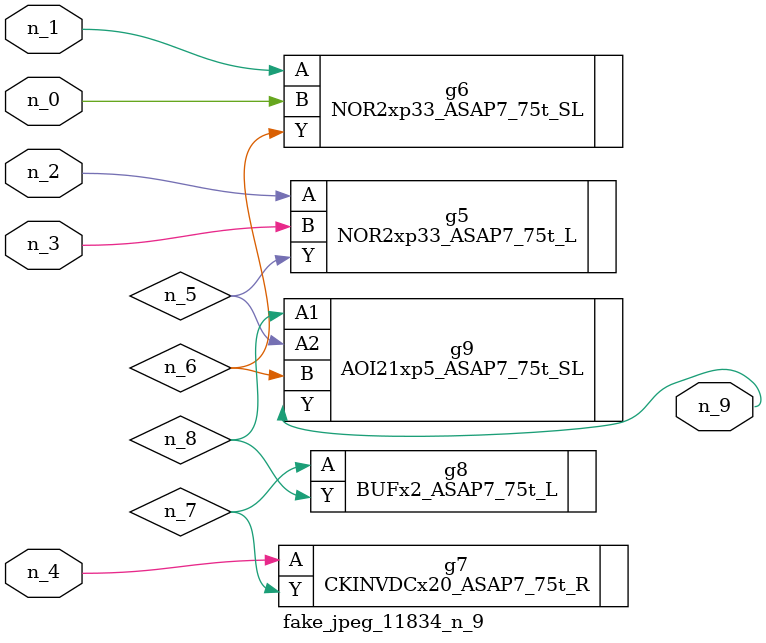
<source format=v>
module fake_jpeg_11834_n_9 (n_3, n_2, n_1, n_0, n_4, n_9);

input n_3;
input n_2;
input n_1;
input n_0;
input n_4;

output n_9;

wire n_8;
wire n_6;
wire n_5;
wire n_7;

NOR2xp33_ASAP7_75t_L g5 ( 
.A(n_2),
.B(n_3),
.Y(n_5)
);

NOR2xp33_ASAP7_75t_SL g6 ( 
.A(n_1),
.B(n_0),
.Y(n_6)
);

CKINVDCx20_ASAP7_75t_R g7 ( 
.A(n_4),
.Y(n_7)
);

BUFx2_ASAP7_75t_L g8 ( 
.A(n_7),
.Y(n_8)
);

AOI21xp5_ASAP7_75t_SL g9 ( 
.A1(n_8),
.A2(n_5),
.B(n_6),
.Y(n_9)
);


endmodule
</source>
